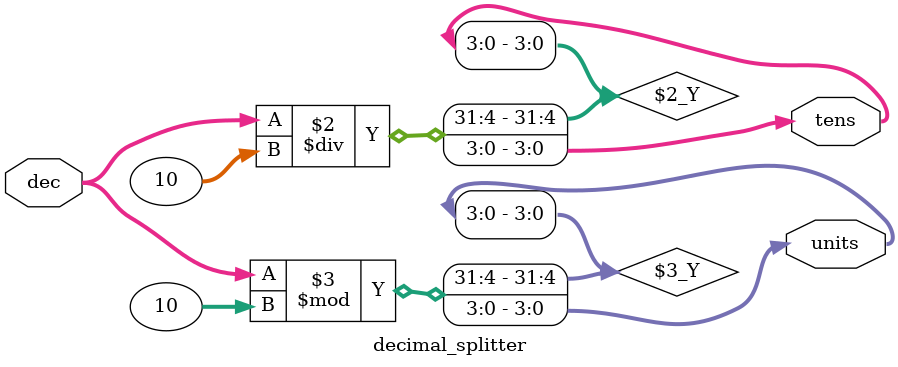
<source format=v>
/*
 * Split a 2-digit decimal number into digits.
 */

module decimal_splitter(
    input [6:0] dec,
    output reg [3:0] tens,
    output reg [3:0] units
    );

always @ * begin
    tens = dec / 10;
    units = dec % 10;
end

endmodule

</source>
